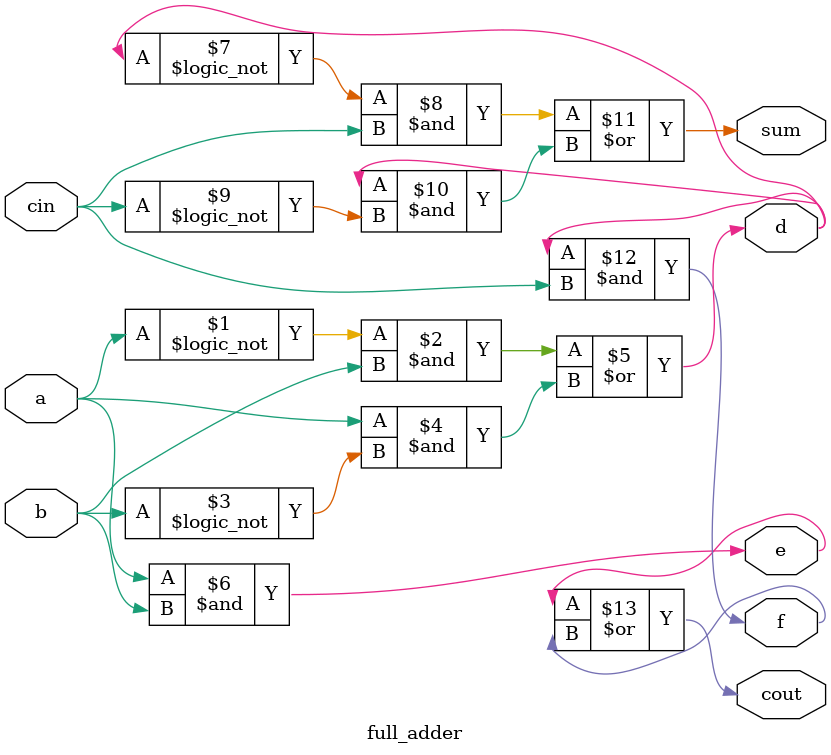
<source format=v>
`timescale 1ns / 1ps


module full_adder(a,b,cin,sum,cout,d,e,f);
    input a,b,cin;
    output sum,cout,d,e,f;
    
    assign d = (!a&b)|(a&!b);
    assign e = a&b;
    assign sum = (!d&cin)|(d&!cin);
    assign f = d&cin;
    assign cout = e|f;

    
endmodule

</source>
